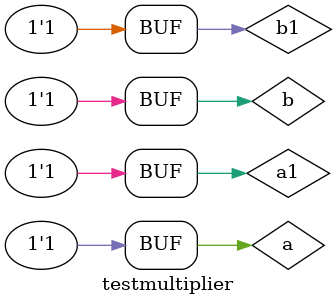
<source format=v>


module halfadder (s, s0, a, b);
 output s, s0;
 input  a, b;

 wire s, s0, s1, s2;
 reg p,q;
 
 or OR1(s1, a, b);
 and AND1(s0, a, b);
 not NOT1(s2, s0);
 and AND2(s, s1, s2); 

endmodule // halfadder


// ---------------------
// -- multiplier
// ---------------------


module multiplier(s0, s1, s2, s3, a, b, a1, b1);
 output s0, s1, s2, s3;
 input  a, b, a1, b1;

 and AND1(s0 ,a, a1);
 and AND2(s12 ,a, b1);
 and AND3(s13 ,a1, b);
 and AND4(s14, b, b1);
 halfadder HALFADDER1(s1, s4, s12, s13);
 halfadder HALFADDER2(s2, s3, s14, s4);
 
 
endmodule // multiplier

// ---------------------
// -- test multiplier
// ---------------------

module testmultiplier;
 reg   Cin, a, b, a1, b1;             
 wire  s0, s1, s2, s3;
          
			 // instancia
	multiplier MULTIPLIER1 (s0, s1, s2, s3, a, b, a1, b1);
	
		 // parte principal
 initial begin
 
      $display("MULTIPLIER - Daniel Sathler Silva - 405795");
      $display("Test MULTIPLIER");
      $display("\n a   *   b  = s \n");
      $monitor(" %b %b * %b %b = %b %b %b %b", a, b, a1, b1, s0, s1, s2, s3);
  #1  a=0; b=0; a1=0; b1=0;
  #1  a=0; b=0; a1=0; b1=1;
  #1  a=0; b=0; a1=1; b1=0;
  #1  a=0; b=0; a1=1; b1=1;
  #1  a=0; b=1; a1=0; b1=0;
  #1  a=0; b=1; a1=0; b1=1;
  #1  a=0; b=1; a1=1; b1=0;
  #1  a=0; b=1; a1=1; b1=1;
  #1  a=1; b=0; a1=0; b1=0;
  #1  a=1; b=0; a1=0; b1=1;
  #1  a=1; b=0; a1=1; b1=0;
  #1  a=1; b=0; a1=1; b1=1;
  #1  a=1; b=1; a1=0; b1=0;
  #1  a=1; b=1; a1=0; b1=1;
  #1  a=1; b=1; a1=1; b1=0;
  #1  a=1; b=1; a1=1; b1=1;
 
  
 
 end

endmodule // testmultiplier
</source>
